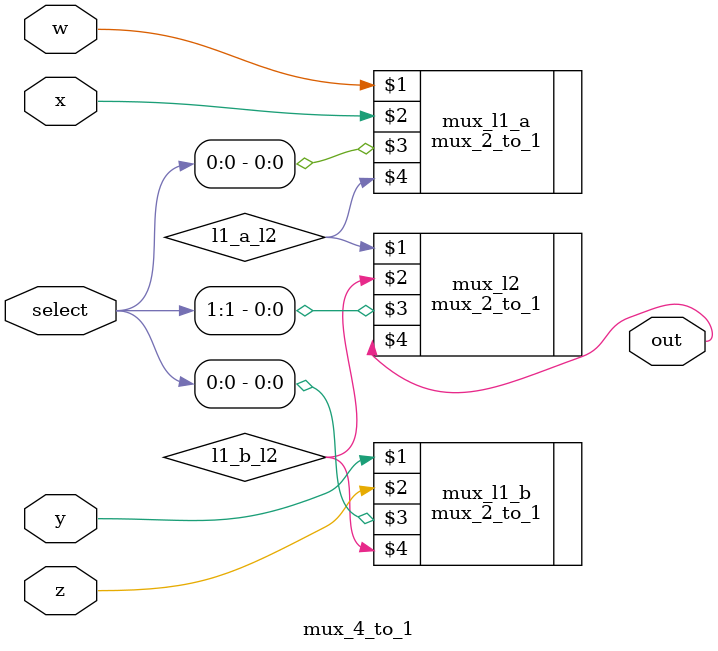
<source format=v>
`ifndef MUX_4_TO_1
`define MUX_4_TO_1

`include "../mux_2_to_1/mux_2_to_1.v"

/**
 * A 4-to-1 mux.
 * w, x, y, x : inputs
 * select : select bits
 * out : output
 */
module mux_4_to_1(w, x, y, z, select, out);
    parameter bits = 1;
    input [(bits - 1):0] w;
    input [(bits - 1):0] x;
    input [(bits - 1):0] y;
    input [(bits - 1):0] z;
    input [1:0] select;
    output [(bits - 1):0] out;
    
    // Wires from the 1st level muxes to the 2nd level mux
    wire [(bits - 1):0] l1_a_l2;
    wire [(bits - 1):0] l1_b_l2;
    mux_2_to_1 #(bits) mux_l1_a(w, x, select[0], l1_a_l2);
    mux_2_to_1 #(bits) mux_l1_b(y, z, select[0], l1_b_l2);
    mux_2_to_1 #(bits) mux_l2(l1_a_l2, l1_b_l2, select[1], out);
endmodule

`endif 
</source>
